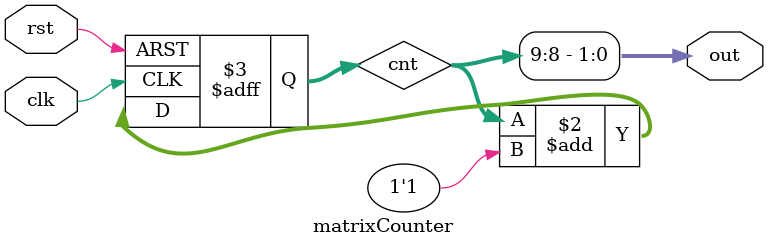
<source format=v>
module matrixCounter(clk, rst, out);
	input clk, rst;
	
	output [1:0]out;
	
	reg [9:0]cnt;
	
	assign out=cnt[9:8];
	
	always@(posedge clk or posedge rst)begin
		if(rst) cnt<=10'd0;
		else cnt<=cnt+1'b1;
	end
endmodule
</source>
